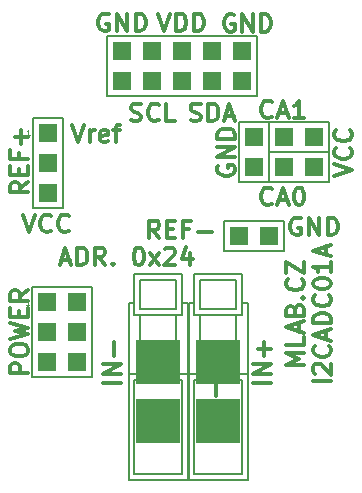
<source format=gbr>
%TF.GenerationSoftware,KiCad,Pcbnew,7.0.5.1-1-g8f565ef7f0-dirty-deb11*%
%TF.CreationDate,2023-07-10T01:44:05+00:00*%
%TF.ProjectId,I2CADC01,49324341-4443-4303-912e-6b696361645f,rev?*%
%TF.SameCoordinates,Original*%
%TF.FileFunction,Legend,Top*%
%TF.FilePolarity,Positive*%
%FSLAX46Y46*%
G04 Gerber Fmt 4.6, Leading zero omitted, Abs format (unit mm)*
G04 Created by KiCad (PCBNEW 7.0.5.1-1-g8f565ef7f0-dirty-deb11) date 2023-07-10 01:44:05*
%MOMM*%
%LPD*%
G01*
G04 APERTURE LIST*
%ADD10C,0.300000*%
%ADD11C,0.050000*%
%ADD12C,0.304800*%
%ADD13C,0.150000*%
%ADD14R,1.524000X1.524000*%
%ADD15R,3.810000X3.810000*%
G04 APERTURE END LIST*
D10*
X22856143Y23848528D02*
X22784715Y23777100D01*
X22784715Y23777100D02*
X22570429Y23705671D01*
X22570429Y23705671D02*
X22427572Y23705671D01*
X22427572Y23705671D02*
X22213286Y23777100D01*
X22213286Y23777100D02*
X22070429Y23919957D01*
X22070429Y23919957D02*
X21999000Y24062814D01*
X21999000Y24062814D02*
X21927572Y24348528D01*
X21927572Y24348528D02*
X21927572Y24562814D01*
X21927572Y24562814D02*
X21999000Y24848528D01*
X21999000Y24848528D02*
X22070429Y24991385D01*
X22070429Y24991385D02*
X22213286Y25134242D01*
X22213286Y25134242D02*
X22427572Y25205671D01*
X22427572Y25205671D02*
X22570429Y25205671D01*
X22570429Y25205671D02*
X22784715Y25134242D01*
X22784715Y25134242D02*
X22856143Y25062814D01*
X23427572Y24134242D02*
X24141858Y24134242D01*
X23284715Y23705671D02*
X23784715Y25205671D01*
X23784715Y25205671D02*
X24284715Y23705671D01*
X25070429Y25205671D02*
X25213286Y25205671D01*
X25213286Y25205671D02*
X25356143Y25134242D01*
X25356143Y25134242D02*
X25427572Y25062814D01*
X25427572Y25062814D02*
X25499000Y24919957D01*
X25499000Y24919957D02*
X25570429Y24634242D01*
X25570429Y24634242D02*
X25570429Y24277100D01*
X25570429Y24277100D02*
X25499000Y23991385D01*
X25499000Y23991385D02*
X25427572Y23848528D01*
X25427572Y23848528D02*
X25356143Y23777100D01*
X25356143Y23777100D02*
X25213286Y23705671D01*
X25213286Y23705671D02*
X25070429Y23705671D01*
X25070429Y23705671D02*
X24927572Y23777100D01*
X24927572Y23777100D02*
X24856143Y23848528D01*
X24856143Y23848528D02*
X24784714Y23991385D01*
X24784714Y23991385D02*
X24713286Y24277100D01*
X24713286Y24277100D02*
X24713286Y24634242D01*
X24713286Y24634242D02*
X24784714Y24919957D01*
X24784714Y24919957D02*
X24856143Y25062814D01*
X24856143Y25062814D02*
X24927572Y25134242D01*
X24927572Y25134242D02*
X25070429Y25205671D01*
X19634343Y39815442D02*
X19491486Y39886871D01*
X19491486Y39886871D02*
X19277200Y39886871D01*
X19277200Y39886871D02*
X19062914Y39815442D01*
X19062914Y39815442D02*
X18920057Y39672585D01*
X18920057Y39672585D02*
X18848628Y39529728D01*
X18848628Y39529728D02*
X18777200Y39244014D01*
X18777200Y39244014D02*
X18777200Y39029728D01*
X18777200Y39029728D02*
X18848628Y38744014D01*
X18848628Y38744014D02*
X18920057Y38601157D01*
X18920057Y38601157D02*
X19062914Y38458300D01*
X19062914Y38458300D02*
X19277200Y38386871D01*
X19277200Y38386871D02*
X19420057Y38386871D01*
X19420057Y38386871D02*
X19634343Y38458300D01*
X19634343Y38458300D02*
X19705771Y38529728D01*
X19705771Y38529728D02*
X19705771Y39029728D01*
X19705771Y39029728D02*
X19420057Y39029728D01*
X20348628Y38386871D02*
X20348628Y39886871D01*
X20348628Y39886871D02*
X21205771Y38386871D01*
X21205771Y38386871D02*
X21205771Y39886871D01*
X21920057Y38386871D02*
X21920057Y39886871D01*
X21920057Y39886871D02*
X22277200Y39886871D01*
X22277200Y39886871D02*
X22491486Y39815442D01*
X22491486Y39815442D02*
X22634343Y39672585D01*
X22634343Y39672585D02*
X22705772Y39529728D01*
X22705772Y39529728D02*
X22777200Y39244014D01*
X22777200Y39244014D02*
X22777200Y39029728D01*
X22777200Y39029728D02*
X22705772Y38744014D01*
X22705772Y38744014D02*
X22634343Y38601157D01*
X22634343Y38601157D02*
X22491486Y38458300D01*
X22491486Y38458300D02*
X22277200Y38386871D01*
X22277200Y38386871D02*
X21920057Y38386871D01*
X2202328Y25646285D02*
X1488042Y25146285D01*
X2202328Y24789142D02*
X702328Y24789142D01*
X702328Y24789142D02*
X702328Y25360571D01*
X702328Y25360571D02*
X773757Y25503428D01*
X773757Y25503428D02*
X845185Y25574857D01*
X845185Y25574857D02*
X988042Y25646285D01*
X988042Y25646285D02*
X1202328Y25646285D01*
X1202328Y25646285D02*
X1345185Y25574857D01*
X1345185Y25574857D02*
X1416614Y25503428D01*
X1416614Y25503428D02*
X1488042Y25360571D01*
X1488042Y25360571D02*
X1488042Y24789142D01*
X1416614Y26289142D02*
X1416614Y26789142D01*
X2202328Y27003428D02*
X2202328Y26289142D01*
X2202328Y26289142D02*
X702328Y26289142D01*
X702328Y26289142D02*
X702328Y27003428D01*
X1416614Y28146285D02*
X1416614Y27646285D01*
X2202328Y27646285D02*
X702328Y27646285D01*
X702328Y27646285D02*
X702328Y28360571D01*
X1630900Y28931999D02*
X1630900Y30074857D01*
X2202328Y29503428D02*
X1059471Y29503428D01*
X13304917Y20911671D02*
X12804917Y21625957D01*
X12447774Y20911671D02*
X12447774Y22411671D01*
X12447774Y22411671D02*
X13019203Y22411671D01*
X13019203Y22411671D02*
X13162060Y22340242D01*
X13162060Y22340242D02*
X13233489Y22268814D01*
X13233489Y22268814D02*
X13304917Y22125957D01*
X13304917Y22125957D02*
X13304917Y21911671D01*
X13304917Y21911671D02*
X13233489Y21768814D01*
X13233489Y21768814D02*
X13162060Y21697385D01*
X13162060Y21697385D02*
X13019203Y21625957D01*
X13019203Y21625957D02*
X12447774Y21625957D01*
X13947774Y21697385D02*
X14447774Y21697385D01*
X14662060Y20911671D02*
X13947774Y20911671D01*
X13947774Y20911671D02*
X13947774Y22411671D01*
X13947774Y22411671D02*
X14662060Y22411671D01*
X15804917Y21697385D02*
X15304917Y21697385D01*
X15304917Y20911671D02*
X15304917Y22411671D01*
X15304917Y22411671D02*
X16019203Y22411671D01*
X16590631Y21483100D02*
X17733489Y21483100D01*
X28134328Y26194000D02*
X29634328Y26694000D01*
X29634328Y26694000D02*
X28134328Y27194000D01*
X29491471Y28551142D02*
X29562900Y28479714D01*
X29562900Y28479714D02*
X29634328Y28265428D01*
X29634328Y28265428D02*
X29634328Y28122571D01*
X29634328Y28122571D02*
X29562900Y27908285D01*
X29562900Y27908285D02*
X29420042Y27765428D01*
X29420042Y27765428D02*
X29277185Y27693999D01*
X29277185Y27693999D02*
X28991471Y27622571D01*
X28991471Y27622571D02*
X28777185Y27622571D01*
X28777185Y27622571D02*
X28491471Y27693999D01*
X28491471Y27693999D02*
X28348614Y27765428D01*
X28348614Y27765428D02*
X28205757Y27908285D01*
X28205757Y27908285D02*
X28134328Y28122571D01*
X28134328Y28122571D02*
X28134328Y28265428D01*
X28134328Y28265428D02*
X28205757Y28479714D01*
X28205757Y28479714D02*
X28277185Y28551142D01*
X29491471Y30051142D02*
X29562900Y29979714D01*
X29562900Y29979714D02*
X29634328Y29765428D01*
X29634328Y29765428D02*
X29634328Y29622571D01*
X29634328Y29622571D02*
X29562900Y29408285D01*
X29562900Y29408285D02*
X29420042Y29265428D01*
X29420042Y29265428D02*
X29277185Y29193999D01*
X29277185Y29193999D02*
X28991471Y29122571D01*
X28991471Y29122571D02*
X28777185Y29122571D01*
X28777185Y29122571D02*
X28491471Y29193999D01*
X28491471Y29193999D02*
X28348614Y29265428D01*
X28348614Y29265428D02*
X28205757Y29408285D01*
X28205757Y29408285D02*
X28134328Y29622571D01*
X28134328Y29622571D02*
X28134328Y29765428D01*
X28134328Y29765428D02*
X28205757Y29979714D01*
X28205757Y29979714D02*
X28277185Y30051142D01*
X5928225Y30539671D02*
X6428225Y29039671D01*
X6428225Y29039671D02*
X6928225Y30539671D01*
X7428224Y29039671D02*
X7428224Y30039671D01*
X7428224Y29753957D02*
X7499653Y29896814D01*
X7499653Y29896814D02*
X7571082Y29968242D01*
X7571082Y29968242D02*
X7713939Y30039671D01*
X7713939Y30039671D02*
X7856796Y30039671D01*
X8928224Y29111100D02*
X8785367Y29039671D01*
X8785367Y29039671D02*
X8499653Y29039671D01*
X8499653Y29039671D02*
X8356795Y29111100D01*
X8356795Y29111100D02*
X8285367Y29253957D01*
X8285367Y29253957D02*
X8285367Y29825385D01*
X8285367Y29825385D02*
X8356795Y29968242D01*
X8356795Y29968242D02*
X8499653Y30039671D01*
X8499653Y30039671D02*
X8785367Y30039671D01*
X8785367Y30039671D02*
X8928224Y29968242D01*
X8928224Y29968242D02*
X8999653Y29825385D01*
X8999653Y29825385D02*
X8999653Y29682528D01*
X8999653Y29682528D02*
X8285367Y29539671D01*
X9428224Y30039671D02*
X9999652Y30039671D01*
X9642509Y29039671D02*
X9642509Y30325385D01*
X9642509Y30325385D02*
X9713938Y30468242D01*
X9713938Y30468242D02*
X9856795Y30539671D01*
X9856795Y30539671D02*
X9999652Y30539671D01*
X9017143Y39866242D02*
X8874286Y39937671D01*
X8874286Y39937671D02*
X8660000Y39937671D01*
X8660000Y39937671D02*
X8445714Y39866242D01*
X8445714Y39866242D02*
X8302857Y39723385D01*
X8302857Y39723385D02*
X8231428Y39580528D01*
X8231428Y39580528D02*
X8160000Y39294814D01*
X8160000Y39294814D02*
X8160000Y39080528D01*
X8160000Y39080528D02*
X8231428Y38794814D01*
X8231428Y38794814D02*
X8302857Y38651957D01*
X8302857Y38651957D02*
X8445714Y38509100D01*
X8445714Y38509100D02*
X8660000Y38437671D01*
X8660000Y38437671D02*
X8802857Y38437671D01*
X8802857Y38437671D02*
X9017143Y38509100D01*
X9017143Y38509100D02*
X9088571Y38580528D01*
X9088571Y38580528D02*
X9088571Y39080528D01*
X9088571Y39080528D02*
X8802857Y39080528D01*
X9731428Y38437671D02*
X9731428Y39937671D01*
X9731428Y39937671D02*
X10588571Y38437671D01*
X10588571Y38437671D02*
X10588571Y39937671D01*
X11302857Y38437671D02*
X11302857Y39937671D01*
X11302857Y39937671D02*
X11660000Y39937671D01*
X11660000Y39937671D02*
X11874286Y39866242D01*
X11874286Y39866242D02*
X12017143Y39723385D01*
X12017143Y39723385D02*
X12088572Y39580528D01*
X12088572Y39580528D02*
X12160000Y39294814D01*
X12160000Y39294814D02*
X12160000Y39080528D01*
X12160000Y39080528D02*
X12088572Y38794814D01*
X12088572Y38794814D02*
X12017143Y38651957D01*
X12017143Y38651957D02*
X11874286Y38509100D01*
X11874286Y38509100D02*
X11660000Y38437671D01*
X11660000Y38437671D02*
X11302857Y38437671D01*
X1810000Y22919671D02*
X2310000Y21419671D01*
X2310000Y21419671D02*
X2810000Y22919671D01*
X4167142Y21562528D02*
X4095714Y21491100D01*
X4095714Y21491100D02*
X3881428Y21419671D01*
X3881428Y21419671D02*
X3738571Y21419671D01*
X3738571Y21419671D02*
X3524285Y21491100D01*
X3524285Y21491100D02*
X3381428Y21633957D01*
X3381428Y21633957D02*
X3309999Y21776814D01*
X3309999Y21776814D02*
X3238571Y22062528D01*
X3238571Y22062528D02*
X3238571Y22276814D01*
X3238571Y22276814D02*
X3309999Y22562528D01*
X3309999Y22562528D02*
X3381428Y22705385D01*
X3381428Y22705385D02*
X3524285Y22848242D01*
X3524285Y22848242D02*
X3738571Y22919671D01*
X3738571Y22919671D02*
X3881428Y22919671D01*
X3881428Y22919671D02*
X4095714Y22848242D01*
X4095714Y22848242D02*
X4167142Y22776814D01*
X5667142Y21562528D02*
X5595714Y21491100D01*
X5595714Y21491100D02*
X5381428Y21419671D01*
X5381428Y21419671D02*
X5238571Y21419671D01*
X5238571Y21419671D02*
X5024285Y21491100D01*
X5024285Y21491100D02*
X4881428Y21633957D01*
X4881428Y21633957D02*
X4809999Y21776814D01*
X4809999Y21776814D02*
X4738571Y22062528D01*
X4738571Y22062528D02*
X4738571Y22276814D01*
X4738571Y22276814D02*
X4809999Y22562528D01*
X4809999Y22562528D02*
X4881428Y22705385D01*
X4881428Y22705385D02*
X5024285Y22848242D01*
X5024285Y22848242D02*
X5238571Y22919671D01*
X5238571Y22919671D02*
X5381428Y22919671D01*
X5381428Y22919671D02*
X5595714Y22848242D01*
X5595714Y22848242D02*
X5667142Y22776814D01*
X25273143Y22594242D02*
X25130286Y22665671D01*
X25130286Y22665671D02*
X24916000Y22665671D01*
X24916000Y22665671D02*
X24701714Y22594242D01*
X24701714Y22594242D02*
X24558857Y22451385D01*
X24558857Y22451385D02*
X24487428Y22308528D01*
X24487428Y22308528D02*
X24416000Y22022814D01*
X24416000Y22022814D02*
X24416000Y21808528D01*
X24416000Y21808528D02*
X24487428Y21522814D01*
X24487428Y21522814D02*
X24558857Y21379957D01*
X24558857Y21379957D02*
X24701714Y21237100D01*
X24701714Y21237100D02*
X24916000Y21165671D01*
X24916000Y21165671D02*
X25058857Y21165671D01*
X25058857Y21165671D02*
X25273143Y21237100D01*
X25273143Y21237100D02*
X25344571Y21308528D01*
X25344571Y21308528D02*
X25344571Y21808528D01*
X25344571Y21808528D02*
X25058857Y21808528D01*
X25987428Y21165671D02*
X25987428Y22665671D01*
X25987428Y22665671D02*
X26844571Y21165671D01*
X26844571Y21165671D02*
X26844571Y22665671D01*
X27558857Y21165671D02*
X27558857Y22665671D01*
X27558857Y22665671D02*
X27916000Y22665671D01*
X27916000Y22665671D02*
X28130286Y22594242D01*
X28130286Y22594242D02*
X28273143Y22451385D01*
X28273143Y22451385D02*
X28344572Y22308528D01*
X28344572Y22308528D02*
X28416000Y22022814D01*
X28416000Y22022814D02*
X28416000Y21808528D01*
X28416000Y21808528D02*
X28344572Y21522814D01*
X28344572Y21522814D02*
X28273143Y21379957D01*
X28273143Y21379957D02*
X28130286Y21237100D01*
X28130286Y21237100D02*
X27916000Y21165671D01*
X27916000Y21165671D02*
X27558857Y21165671D01*
X22856143Y31214528D02*
X22784715Y31143100D01*
X22784715Y31143100D02*
X22570429Y31071671D01*
X22570429Y31071671D02*
X22427572Y31071671D01*
X22427572Y31071671D02*
X22213286Y31143100D01*
X22213286Y31143100D02*
X22070429Y31285957D01*
X22070429Y31285957D02*
X21999000Y31428814D01*
X21999000Y31428814D02*
X21927572Y31714528D01*
X21927572Y31714528D02*
X21927572Y31928814D01*
X21927572Y31928814D02*
X21999000Y32214528D01*
X21999000Y32214528D02*
X22070429Y32357385D01*
X22070429Y32357385D02*
X22213286Y32500242D01*
X22213286Y32500242D02*
X22427572Y32571671D01*
X22427572Y32571671D02*
X22570429Y32571671D01*
X22570429Y32571671D02*
X22784715Y32500242D01*
X22784715Y32500242D02*
X22856143Y32428814D01*
X23427572Y31500242D02*
X24141858Y31500242D01*
X23284715Y31071671D02*
X23784715Y32571671D01*
X23784715Y32571671D02*
X24284715Y31071671D01*
X25570429Y31071671D02*
X24713286Y31071671D01*
X25141857Y31071671D02*
X25141857Y32571671D01*
X25141857Y32571671D02*
X24999000Y32357385D01*
X24999000Y32357385D02*
X24856143Y32214528D01*
X24856143Y32214528D02*
X24713286Y32143100D01*
X15958572Y30889100D02*
X16172858Y30817671D01*
X16172858Y30817671D02*
X16530000Y30817671D01*
X16530000Y30817671D02*
X16672858Y30889100D01*
X16672858Y30889100D02*
X16744286Y30960528D01*
X16744286Y30960528D02*
X16815715Y31103385D01*
X16815715Y31103385D02*
X16815715Y31246242D01*
X16815715Y31246242D02*
X16744286Y31389100D01*
X16744286Y31389100D02*
X16672858Y31460528D01*
X16672858Y31460528D02*
X16530000Y31531957D01*
X16530000Y31531957D02*
X16244286Y31603385D01*
X16244286Y31603385D02*
X16101429Y31674814D01*
X16101429Y31674814D02*
X16030000Y31746242D01*
X16030000Y31746242D02*
X15958572Y31889100D01*
X15958572Y31889100D02*
X15958572Y32031957D01*
X15958572Y32031957D02*
X16030000Y32174814D01*
X16030000Y32174814D02*
X16101429Y32246242D01*
X16101429Y32246242D02*
X16244286Y32317671D01*
X16244286Y32317671D02*
X16601429Y32317671D01*
X16601429Y32317671D02*
X16815715Y32246242D01*
X17458571Y30817671D02*
X17458571Y32317671D01*
X17458571Y32317671D02*
X17815714Y32317671D01*
X17815714Y32317671D02*
X18030000Y32246242D01*
X18030000Y32246242D02*
X18172857Y32103385D01*
X18172857Y32103385D02*
X18244286Y31960528D01*
X18244286Y31960528D02*
X18315714Y31674814D01*
X18315714Y31674814D02*
X18315714Y31460528D01*
X18315714Y31460528D02*
X18244286Y31174814D01*
X18244286Y31174814D02*
X18172857Y31031957D01*
X18172857Y31031957D02*
X18030000Y30889100D01*
X18030000Y30889100D02*
X17815714Y30817671D01*
X17815714Y30817671D02*
X17458571Y30817671D01*
X18887143Y31246242D02*
X19601429Y31246242D01*
X18744286Y30817671D02*
X19244286Y32317671D01*
X19244286Y32317671D02*
X19744286Y30817671D01*
X10914286Y30889100D02*
X11128572Y30817671D01*
X11128572Y30817671D02*
X11485714Y30817671D01*
X11485714Y30817671D02*
X11628572Y30889100D01*
X11628572Y30889100D02*
X11700000Y30960528D01*
X11700000Y30960528D02*
X11771429Y31103385D01*
X11771429Y31103385D02*
X11771429Y31246242D01*
X11771429Y31246242D02*
X11700000Y31389100D01*
X11700000Y31389100D02*
X11628572Y31460528D01*
X11628572Y31460528D02*
X11485714Y31531957D01*
X11485714Y31531957D02*
X11200000Y31603385D01*
X11200000Y31603385D02*
X11057143Y31674814D01*
X11057143Y31674814D02*
X10985714Y31746242D01*
X10985714Y31746242D02*
X10914286Y31889100D01*
X10914286Y31889100D02*
X10914286Y32031957D01*
X10914286Y32031957D02*
X10985714Y32174814D01*
X10985714Y32174814D02*
X11057143Y32246242D01*
X11057143Y32246242D02*
X11200000Y32317671D01*
X11200000Y32317671D02*
X11557143Y32317671D01*
X11557143Y32317671D02*
X11771429Y32246242D01*
X13271428Y30960528D02*
X13200000Y30889100D01*
X13200000Y30889100D02*
X12985714Y30817671D01*
X12985714Y30817671D02*
X12842857Y30817671D01*
X12842857Y30817671D02*
X12628571Y30889100D01*
X12628571Y30889100D02*
X12485714Y31031957D01*
X12485714Y31031957D02*
X12414285Y31174814D01*
X12414285Y31174814D02*
X12342857Y31460528D01*
X12342857Y31460528D02*
X12342857Y31674814D01*
X12342857Y31674814D02*
X12414285Y31960528D01*
X12414285Y31960528D02*
X12485714Y32103385D01*
X12485714Y32103385D02*
X12628571Y32246242D01*
X12628571Y32246242D02*
X12842857Y32317671D01*
X12842857Y32317671D02*
X12985714Y32317671D01*
X12985714Y32317671D02*
X13200000Y32246242D01*
X13200000Y32246242D02*
X13271428Y32174814D01*
X14628571Y30817671D02*
X13914285Y30817671D01*
X13914285Y30817671D02*
X13914285Y32317671D01*
X27856328Y8799429D02*
X26356328Y8799429D01*
X26499185Y9442287D02*
X26427757Y9513715D01*
X26427757Y9513715D02*
X26356328Y9656573D01*
X26356328Y9656573D02*
X26356328Y10013715D01*
X26356328Y10013715D02*
X26427757Y10156573D01*
X26427757Y10156573D02*
X26499185Y10228001D01*
X26499185Y10228001D02*
X26642042Y10299430D01*
X26642042Y10299430D02*
X26784900Y10299430D01*
X26784900Y10299430D02*
X26999185Y10228001D01*
X26999185Y10228001D02*
X27856328Y9370858D01*
X27856328Y9370858D02*
X27856328Y10299430D01*
X27713471Y11799429D02*
X27784900Y11728001D01*
X27784900Y11728001D02*
X27856328Y11513715D01*
X27856328Y11513715D02*
X27856328Y11370858D01*
X27856328Y11370858D02*
X27784900Y11156572D01*
X27784900Y11156572D02*
X27642042Y11013715D01*
X27642042Y11013715D02*
X27499185Y10942286D01*
X27499185Y10942286D02*
X27213471Y10870858D01*
X27213471Y10870858D02*
X26999185Y10870858D01*
X26999185Y10870858D02*
X26713471Y10942286D01*
X26713471Y10942286D02*
X26570614Y11013715D01*
X26570614Y11013715D02*
X26427757Y11156572D01*
X26427757Y11156572D02*
X26356328Y11370858D01*
X26356328Y11370858D02*
X26356328Y11513715D01*
X26356328Y11513715D02*
X26427757Y11728001D01*
X26427757Y11728001D02*
X26499185Y11799429D01*
X27427757Y12370858D02*
X27427757Y13085144D01*
X27856328Y12228001D02*
X26356328Y12728001D01*
X26356328Y12728001D02*
X27856328Y13228001D01*
X27856328Y13728000D02*
X26356328Y13728000D01*
X26356328Y13728000D02*
X26356328Y14085143D01*
X26356328Y14085143D02*
X26427757Y14299429D01*
X26427757Y14299429D02*
X26570614Y14442286D01*
X26570614Y14442286D02*
X26713471Y14513715D01*
X26713471Y14513715D02*
X26999185Y14585143D01*
X26999185Y14585143D02*
X27213471Y14585143D01*
X27213471Y14585143D02*
X27499185Y14513715D01*
X27499185Y14513715D02*
X27642042Y14442286D01*
X27642042Y14442286D02*
X27784900Y14299429D01*
X27784900Y14299429D02*
X27856328Y14085143D01*
X27856328Y14085143D02*
X27856328Y13728000D01*
X27713471Y16085143D02*
X27784900Y16013715D01*
X27784900Y16013715D02*
X27856328Y15799429D01*
X27856328Y15799429D02*
X27856328Y15656572D01*
X27856328Y15656572D02*
X27784900Y15442286D01*
X27784900Y15442286D02*
X27642042Y15299429D01*
X27642042Y15299429D02*
X27499185Y15228000D01*
X27499185Y15228000D02*
X27213471Y15156572D01*
X27213471Y15156572D02*
X26999185Y15156572D01*
X26999185Y15156572D02*
X26713471Y15228000D01*
X26713471Y15228000D02*
X26570614Y15299429D01*
X26570614Y15299429D02*
X26427757Y15442286D01*
X26427757Y15442286D02*
X26356328Y15656572D01*
X26356328Y15656572D02*
X26356328Y15799429D01*
X26356328Y15799429D02*
X26427757Y16013715D01*
X26427757Y16013715D02*
X26499185Y16085143D01*
X26356328Y17013715D02*
X26356328Y17156572D01*
X26356328Y17156572D02*
X26427757Y17299429D01*
X26427757Y17299429D02*
X26499185Y17370858D01*
X26499185Y17370858D02*
X26642042Y17442286D01*
X26642042Y17442286D02*
X26927757Y17513715D01*
X26927757Y17513715D02*
X27284900Y17513715D01*
X27284900Y17513715D02*
X27570614Y17442286D01*
X27570614Y17442286D02*
X27713471Y17370858D01*
X27713471Y17370858D02*
X27784900Y17299429D01*
X27784900Y17299429D02*
X27856328Y17156572D01*
X27856328Y17156572D02*
X27856328Y17013715D01*
X27856328Y17013715D02*
X27784900Y16870858D01*
X27784900Y16870858D02*
X27713471Y16799429D01*
X27713471Y16799429D02*
X27570614Y16728000D01*
X27570614Y16728000D02*
X27284900Y16656572D01*
X27284900Y16656572D02*
X26927757Y16656572D01*
X26927757Y16656572D02*
X26642042Y16728000D01*
X26642042Y16728000D02*
X26499185Y16799429D01*
X26499185Y16799429D02*
X26427757Y16870858D01*
X26427757Y16870858D02*
X26356328Y17013715D01*
X27856328Y18942286D02*
X27856328Y18085143D01*
X27856328Y18513714D02*
X26356328Y18513714D01*
X26356328Y18513714D02*
X26570614Y18370857D01*
X26570614Y18370857D02*
X26713471Y18228000D01*
X26713471Y18228000D02*
X26784900Y18085143D01*
X27427757Y19513714D02*
X27427757Y20228000D01*
X27856328Y19370857D02*
X26356328Y19870857D01*
X26356328Y19870857D02*
X27856328Y20370857D01*
X5005286Y19054242D02*
X5719572Y19054242D01*
X4862429Y18625671D02*
X5362429Y20125671D01*
X5362429Y20125671D02*
X5862429Y18625671D01*
X6362428Y18625671D02*
X6362428Y20125671D01*
X6362428Y20125671D02*
X6719571Y20125671D01*
X6719571Y20125671D02*
X6933857Y20054242D01*
X6933857Y20054242D02*
X7076714Y19911385D01*
X7076714Y19911385D02*
X7148143Y19768528D01*
X7148143Y19768528D02*
X7219571Y19482814D01*
X7219571Y19482814D02*
X7219571Y19268528D01*
X7219571Y19268528D02*
X7148143Y18982814D01*
X7148143Y18982814D02*
X7076714Y18839957D01*
X7076714Y18839957D02*
X6933857Y18697100D01*
X6933857Y18697100D02*
X6719571Y18625671D01*
X6719571Y18625671D02*
X6362428Y18625671D01*
X8719571Y18625671D02*
X8219571Y19339957D01*
X7862428Y18625671D02*
X7862428Y20125671D01*
X7862428Y20125671D02*
X8433857Y20125671D01*
X8433857Y20125671D02*
X8576714Y20054242D01*
X8576714Y20054242D02*
X8648143Y19982814D01*
X8648143Y19982814D02*
X8719571Y19839957D01*
X8719571Y19839957D02*
X8719571Y19625671D01*
X8719571Y19625671D02*
X8648143Y19482814D01*
X8648143Y19482814D02*
X8576714Y19411385D01*
X8576714Y19411385D02*
X8433857Y19339957D01*
X8433857Y19339957D02*
X7862428Y19339957D01*
X9362428Y18768528D02*
X9433857Y18697100D01*
X9433857Y18697100D02*
X9362428Y18625671D01*
X9362428Y18625671D02*
X9291000Y18697100D01*
X9291000Y18697100D02*
X9362428Y18768528D01*
X9362428Y18768528D02*
X9362428Y18625671D01*
X11505286Y20125671D02*
X11648143Y20125671D01*
X11648143Y20125671D02*
X11791000Y20054242D01*
X11791000Y20054242D02*
X11862429Y19982814D01*
X11862429Y19982814D02*
X11933857Y19839957D01*
X11933857Y19839957D02*
X12005286Y19554242D01*
X12005286Y19554242D02*
X12005286Y19197100D01*
X12005286Y19197100D02*
X11933857Y18911385D01*
X11933857Y18911385D02*
X11862429Y18768528D01*
X11862429Y18768528D02*
X11791000Y18697100D01*
X11791000Y18697100D02*
X11648143Y18625671D01*
X11648143Y18625671D02*
X11505286Y18625671D01*
X11505286Y18625671D02*
X11362429Y18697100D01*
X11362429Y18697100D02*
X11291000Y18768528D01*
X11291000Y18768528D02*
X11219571Y18911385D01*
X11219571Y18911385D02*
X11148143Y19197100D01*
X11148143Y19197100D02*
X11148143Y19554242D01*
X11148143Y19554242D02*
X11219571Y19839957D01*
X11219571Y19839957D02*
X11291000Y19982814D01*
X11291000Y19982814D02*
X11362429Y20054242D01*
X11362429Y20054242D02*
X11505286Y20125671D01*
X12505285Y18625671D02*
X13291000Y19625671D01*
X12505285Y19625671D02*
X13291000Y18625671D01*
X13791000Y19982814D02*
X13862428Y20054242D01*
X13862428Y20054242D02*
X14005286Y20125671D01*
X14005286Y20125671D02*
X14362428Y20125671D01*
X14362428Y20125671D02*
X14505286Y20054242D01*
X14505286Y20054242D02*
X14576714Y19982814D01*
X14576714Y19982814D02*
X14648143Y19839957D01*
X14648143Y19839957D02*
X14648143Y19697100D01*
X14648143Y19697100D02*
X14576714Y19482814D01*
X14576714Y19482814D02*
X13719571Y18625671D01*
X13719571Y18625671D02*
X14648143Y18625671D01*
X15933857Y19625671D02*
X15933857Y18625671D01*
X15576714Y20197100D02*
X15219571Y19125671D01*
X15219571Y19125671D02*
X16148142Y19125671D01*
X10076328Y8682510D02*
X8576328Y8682510D01*
X10076328Y9396796D02*
X8576328Y9396796D01*
X8576328Y9396796D02*
X10076328Y10253939D01*
X10076328Y10253939D02*
X8576328Y10253939D01*
X9504900Y10968225D02*
X9504900Y12111083D01*
X2202328Y9489713D02*
X702328Y9489713D01*
X702328Y9489713D02*
X702328Y10061142D01*
X702328Y10061142D02*
X773757Y10203999D01*
X773757Y10203999D02*
X845185Y10275428D01*
X845185Y10275428D02*
X988042Y10346856D01*
X988042Y10346856D02*
X1202328Y10346856D01*
X1202328Y10346856D02*
X1345185Y10275428D01*
X1345185Y10275428D02*
X1416614Y10203999D01*
X1416614Y10203999D02*
X1488042Y10061142D01*
X1488042Y10061142D02*
X1488042Y9489713D01*
X702328Y11275428D02*
X702328Y11561142D01*
X702328Y11561142D02*
X773757Y11703999D01*
X773757Y11703999D02*
X916614Y11846856D01*
X916614Y11846856D02*
X1202328Y11918285D01*
X1202328Y11918285D02*
X1702328Y11918285D01*
X1702328Y11918285D02*
X1988042Y11846856D01*
X1988042Y11846856D02*
X2130900Y11703999D01*
X2130900Y11703999D02*
X2202328Y11561142D01*
X2202328Y11561142D02*
X2202328Y11275428D01*
X2202328Y11275428D02*
X2130900Y11132571D01*
X2130900Y11132571D02*
X1988042Y10989713D01*
X1988042Y10989713D02*
X1702328Y10918285D01*
X1702328Y10918285D02*
X1202328Y10918285D01*
X1202328Y10918285D02*
X916614Y10989713D01*
X916614Y10989713D02*
X773757Y11132571D01*
X773757Y11132571D02*
X702328Y11275428D01*
X702328Y12418285D02*
X2202328Y12775428D01*
X2202328Y12775428D02*
X1130900Y13061142D01*
X1130900Y13061142D02*
X2202328Y13346857D01*
X2202328Y13346857D02*
X702328Y13704000D01*
X1416614Y14275428D02*
X1416614Y14775428D01*
X2202328Y14989714D02*
X2202328Y14275428D01*
X2202328Y14275428D02*
X702328Y14275428D01*
X702328Y14275428D02*
X702328Y14989714D01*
X2202328Y16489714D02*
X1488042Y15989714D01*
X2202328Y15632571D02*
X702328Y15632571D01*
X702328Y15632571D02*
X702328Y16204000D01*
X702328Y16204000D02*
X773757Y16346857D01*
X773757Y16346857D02*
X845185Y16418286D01*
X845185Y16418286D02*
X988042Y16489714D01*
X988042Y16489714D02*
X1202328Y16489714D01*
X1202328Y16489714D02*
X1345185Y16418286D01*
X1345185Y16418286D02*
X1416614Y16346857D01*
X1416614Y16346857D02*
X1488042Y16204000D01*
X1488042Y16204000D02*
X1488042Y15632571D01*
X22776328Y8682510D02*
X21276328Y8682510D01*
X22776328Y9396796D02*
X21276328Y9396796D01*
X21276328Y9396796D02*
X22776328Y10253939D01*
X22776328Y10253939D02*
X21276328Y10253939D01*
X22204900Y10968225D02*
X22204900Y12111083D01*
X22776328Y11539654D02*
X21633471Y11539654D01*
X25570328Y10156571D02*
X24070328Y10156571D01*
X24070328Y10156571D02*
X25141757Y10656571D01*
X25141757Y10656571D02*
X24070328Y11156571D01*
X24070328Y11156571D02*
X25570328Y11156571D01*
X25570328Y12585143D02*
X25570328Y11870857D01*
X25570328Y11870857D02*
X24070328Y11870857D01*
X25141757Y13013715D02*
X25141757Y13728001D01*
X25570328Y12870858D02*
X24070328Y13370858D01*
X24070328Y13370858D02*
X25570328Y13870858D01*
X24784614Y14870857D02*
X24856042Y15085143D01*
X24856042Y15085143D02*
X24927471Y15156572D01*
X24927471Y15156572D02*
X25070328Y15228000D01*
X25070328Y15228000D02*
X25284614Y15228000D01*
X25284614Y15228000D02*
X25427471Y15156572D01*
X25427471Y15156572D02*
X25498900Y15085143D01*
X25498900Y15085143D02*
X25570328Y14942286D01*
X25570328Y14942286D02*
X25570328Y14370857D01*
X25570328Y14370857D02*
X24070328Y14370857D01*
X24070328Y14370857D02*
X24070328Y14870857D01*
X24070328Y14870857D02*
X24141757Y15013715D01*
X24141757Y15013715D02*
X24213185Y15085143D01*
X24213185Y15085143D02*
X24356042Y15156572D01*
X24356042Y15156572D02*
X24498900Y15156572D01*
X24498900Y15156572D02*
X24641757Y15085143D01*
X24641757Y15085143D02*
X24713185Y15013715D01*
X24713185Y15013715D02*
X24784614Y14870857D01*
X24784614Y14870857D02*
X24784614Y14370857D01*
X25427471Y15870857D02*
X25498900Y15942286D01*
X25498900Y15942286D02*
X25570328Y15870857D01*
X25570328Y15870857D02*
X25498900Y15799429D01*
X25498900Y15799429D02*
X25427471Y15870857D01*
X25427471Y15870857D02*
X25570328Y15870857D01*
X25427471Y17442286D02*
X25498900Y17370858D01*
X25498900Y17370858D02*
X25570328Y17156572D01*
X25570328Y17156572D02*
X25570328Y17013715D01*
X25570328Y17013715D02*
X25498900Y16799429D01*
X25498900Y16799429D02*
X25356042Y16656572D01*
X25356042Y16656572D02*
X25213185Y16585143D01*
X25213185Y16585143D02*
X24927471Y16513715D01*
X24927471Y16513715D02*
X24713185Y16513715D01*
X24713185Y16513715D02*
X24427471Y16585143D01*
X24427471Y16585143D02*
X24284614Y16656572D01*
X24284614Y16656572D02*
X24141757Y16799429D01*
X24141757Y16799429D02*
X24070328Y17013715D01*
X24070328Y17013715D02*
X24070328Y17156572D01*
X24070328Y17156572D02*
X24141757Y17370858D01*
X24141757Y17370858D02*
X24213185Y17442286D01*
X24070328Y17942286D02*
X24070328Y18942286D01*
X24070328Y18942286D02*
X25570328Y17942286D01*
X25570328Y17942286D02*
X25570328Y18942286D01*
X18299757Y27051143D02*
X18228328Y26908286D01*
X18228328Y26908286D02*
X18228328Y26694000D01*
X18228328Y26694000D02*
X18299757Y26479714D01*
X18299757Y26479714D02*
X18442614Y26336857D01*
X18442614Y26336857D02*
X18585471Y26265428D01*
X18585471Y26265428D02*
X18871185Y26194000D01*
X18871185Y26194000D02*
X19085471Y26194000D01*
X19085471Y26194000D02*
X19371185Y26265428D01*
X19371185Y26265428D02*
X19514042Y26336857D01*
X19514042Y26336857D02*
X19656900Y26479714D01*
X19656900Y26479714D02*
X19728328Y26694000D01*
X19728328Y26694000D02*
X19728328Y26836857D01*
X19728328Y26836857D02*
X19656900Y27051143D01*
X19656900Y27051143D02*
X19585471Y27122571D01*
X19585471Y27122571D02*
X19085471Y27122571D01*
X19085471Y27122571D02*
X19085471Y26836857D01*
X19728328Y27765428D02*
X18228328Y27765428D01*
X18228328Y27765428D02*
X19728328Y28622571D01*
X19728328Y28622571D02*
X18228328Y28622571D01*
X19728328Y29336857D02*
X18228328Y29336857D01*
X18228328Y29336857D02*
X18228328Y29694000D01*
X18228328Y29694000D02*
X18299757Y29908286D01*
X18299757Y29908286D02*
X18442614Y30051143D01*
X18442614Y30051143D02*
X18585471Y30122572D01*
X18585471Y30122572D02*
X18871185Y30194000D01*
X18871185Y30194000D02*
X19085471Y30194000D01*
X19085471Y30194000D02*
X19371185Y30122572D01*
X19371185Y30122572D02*
X19514042Y30051143D01*
X19514042Y30051143D02*
X19656900Y29908286D01*
X19656900Y29908286D02*
X19728328Y29694000D01*
X19728328Y29694000D02*
X19728328Y29336857D01*
X13240000Y39937671D02*
X13740000Y38437671D01*
X13740000Y38437671D02*
X14240000Y39937671D01*
X14739999Y38437671D02*
X14739999Y39937671D01*
X14739999Y39937671D02*
X15097142Y39937671D01*
X15097142Y39937671D02*
X15311428Y39866242D01*
X15311428Y39866242D02*
X15454285Y39723385D01*
X15454285Y39723385D02*
X15525714Y39580528D01*
X15525714Y39580528D02*
X15597142Y39294814D01*
X15597142Y39294814D02*
X15597142Y39080528D01*
X15597142Y39080528D02*
X15525714Y38794814D01*
X15525714Y38794814D02*
X15454285Y38651957D01*
X15454285Y38651957D02*
X15311428Y38509100D01*
X15311428Y38509100D02*
X15097142Y38437671D01*
X15097142Y38437671D02*
X14739999Y38437671D01*
X16239999Y38437671D02*
X16239999Y39937671D01*
X16239999Y39937671D02*
X16597142Y39937671D01*
X16597142Y39937671D02*
X16811428Y39866242D01*
X16811428Y39866242D02*
X16954285Y39723385D01*
X16954285Y39723385D02*
X17025714Y39580528D01*
X17025714Y39580528D02*
X17097142Y39294814D01*
X17097142Y39294814D02*
X17097142Y39080528D01*
X17097142Y39080528D02*
X17025714Y38794814D01*
X17025714Y38794814D02*
X16954285Y38651957D01*
X16954285Y38651957D02*
X16811428Y38509100D01*
X16811428Y38509100D02*
X16597142Y38437671D01*
X16597142Y38437671D02*
X16239999Y38437671D01*
D11*
%TO.C,J1*%
X2301857Y15265290D02*
X2016143Y15265290D01*
X2159000Y15265290D02*
X2159000Y15765290D01*
X2159000Y15765290D02*
X2111381Y15693861D01*
X2111381Y15693861D02*
X2063762Y15646242D01*
X2063762Y15646242D02*
X2016143Y15622433D01*
D12*
%TO.C,P2*%
X18106324Y7547429D02*
X18106324Y8708571D01*
D11*
%TO.C,J4*%
X2365357Y29616290D02*
X2079643Y29616290D01*
X2222500Y29616290D02*
X2222500Y30116290D01*
X2222500Y30116290D02*
X2174881Y30044861D01*
X2174881Y30044861D02*
X2127262Y29997242D01*
X2127262Y29997242D02*
X2079643Y29973433D01*
D13*
%TO.C,J1*%
X7620000Y16764000D02*
X7620000Y9144000D01*
X2540000Y9144000D02*
X2540000Y16764000D01*
X7620000Y9144000D02*
X2540000Y9144000D01*
X2540000Y16764000D02*
X7620000Y16764000D01*
%TO.C,J3*%
X23876000Y19812000D02*
X18796000Y19812000D01*
X18796000Y19812000D02*
X18796000Y22352000D01*
X23876000Y22352000D02*
X23876000Y19812000D01*
X18796000Y22352000D02*
X23876000Y22352000D01*
%TO.C,J5*%
X27686000Y25654000D02*
X22606000Y25654000D01*
X22606000Y28194000D02*
X27686000Y28194000D01*
X22606000Y25654000D02*
X22606000Y28194000D01*
X27686000Y28194000D02*
X27686000Y25654000D01*
%TO.C,J6*%
X22606000Y30734000D02*
X27686000Y30734000D01*
X27686000Y30734000D02*
X27686000Y28194000D01*
X22606000Y28194000D02*
X22606000Y30734000D01*
X27686000Y28194000D02*
X22606000Y28194000D01*
%TO.C,J7*%
X8890000Y38036500D02*
X21590000Y38036500D01*
X21590000Y32956500D02*
X8890000Y32956500D01*
X8890000Y32956500D02*
X8890000Y38036500D01*
X21590000Y38036500D02*
X21590000Y32956500D01*
%TO.C,P1*%
X20288000Y14414000D02*
X20288000Y17914100D01*
X15788000Y9414000D02*
X15788000Y15414000D01*
X16788000Y11414000D02*
X16788000Y14414000D01*
X15788000Y414000D02*
X15788000Y9414000D01*
X20788100Y414000D02*
X15787900Y414000D01*
X19788100Y11414000D02*
X16787900Y11414000D01*
X19788000Y11414000D02*
X19788000Y14414000D01*
X17288000Y8913900D02*
X17288000Y9414000D01*
X20788100Y9414000D02*
X15787900Y9414000D01*
X20788000Y15414000D02*
X20288000Y15414000D01*
X20788000Y9414000D02*
X20788000Y414000D01*
X16288000Y913900D02*
X16288000Y8913900D01*
X19789000Y17414000D02*
X16787000Y17414000D01*
X16288000Y14414000D02*
X20288000Y14414000D01*
X19288000Y8913900D02*
X19288000Y9414000D01*
X19789000Y14914100D02*
X16787000Y14914100D01*
X20288000Y913900D02*
X20288000Y8913900D01*
X19788000Y14914100D02*
X19788000Y17414000D01*
X16788000Y14914100D02*
X16788000Y17414000D01*
X16288000Y14414000D02*
X16288000Y17915000D01*
X16288000Y15414000D02*
X15788000Y15414000D01*
X16288000Y17914100D02*
X20288000Y17914100D01*
X16288000Y8913900D02*
X20288000Y8913900D01*
X20288000Y913900D02*
X16288000Y913900D01*
X20788000Y9414000D02*
X20788000Y15414000D01*
%TO.C,P2*%
X11208000Y8913900D02*
X15208000Y8913900D01*
X10708000Y414000D02*
X10708000Y9414000D01*
X14208000Y8913900D02*
X14208000Y9414000D01*
X14708000Y11414000D02*
X14708000Y14414000D01*
X10708000Y9414000D02*
X10708000Y15414000D01*
X15708000Y9414000D02*
X15708000Y15414000D01*
X15708000Y15414000D02*
X15208000Y15414000D01*
X15208000Y913900D02*
X15208000Y8913900D01*
X11208000Y15414000D02*
X10708000Y15414000D01*
X14709000Y14914100D02*
X11707000Y14914100D01*
X15708100Y414000D02*
X10707900Y414000D01*
X15208000Y913900D02*
X11208000Y913900D01*
X14708100Y11414000D02*
X11707900Y11414000D01*
X11208000Y14414000D02*
X11208000Y17915000D01*
X11208000Y913900D02*
X11208000Y8913900D01*
X15708000Y9414000D02*
X15708000Y414000D01*
X11708000Y14914100D02*
X11708000Y17414000D01*
X11208000Y14414000D02*
X15208000Y14414000D01*
X14708000Y14914100D02*
X14708000Y17414000D01*
X15208000Y14414000D02*
X15208000Y17914100D01*
X12208000Y8913900D02*
X12208000Y9414000D01*
X11208000Y17914100D02*
X15208000Y17914100D01*
X11708000Y11414000D02*
X11708000Y14414000D01*
X14709000Y17414000D02*
X11707000Y17414000D01*
X15708100Y9414000D02*
X10707900Y9414000D01*
%TO.C,J4*%
X2603500Y31115000D02*
X5143500Y31115000D01*
X5143500Y31115000D02*
X5143500Y23495000D01*
X5143500Y23495000D02*
X2603500Y23495000D01*
X2603500Y23495000D02*
X2603500Y31115000D01*
%TO.C,J8*%
X22606000Y30734000D02*
X22606000Y25654000D01*
X20066000Y30734000D02*
X22606000Y30734000D01*
X22606000Y25654000D02*
X20066000Y25654000D01*
X20066000Y25654000D02*
X20066000Y30734000D01*
%TD*%
D14*
%TO.C,J1*%
X3810000Y15494000D03*
X6350000Y15494000D03*
X3810000Y12954000D03*
X6350000Y12954000D03*
X3810000Y10414000D03*
X6350000Y10414000D03*
%TD*%
%TO.C,J3*%
X22606000Y21082000D03*
X20066000Y21082000D03*
%TD*%
%TO.C,J5*%
X26416000Y26924000D03*
X23876000Y26924000D03*
%TD*%
%TO.C,J6*%
X26416000Y29464000D03*
X23876000Y29464000D03*
%TD*%
%TO.C,J7*%
X20320000Y36766500D03*
X20320000Y34226500D03*
X17780000Y36766500D03*
X17780000Y34226500D03*
X15240000Y36766500D03*
X15240000Y34226500D03*
X12700000Y36766500D03*
X12700000Y34226500D03*
X10160000Y36766500D03*
X10160000Y34226500D03*
%TD*%
D15*
%TO.C,P1*%
X18288000Y5414000D03*
X18288000Y10414000D03*
%TD*%
%TO.C,P2*%
X13208000Y10414000D03*
X13208000Y5414000D03*
%TD*%
D14*
%TO.C,J4*%
X3873500Y29845000D03*
X3873500Y27305000D03*
X3873500Y24765000D03*
%TD*%
%TO.C,J8*%
X21336000Y26924000D03*
X21336000Y29464000D03*
%TD*%
M02*

</source>
